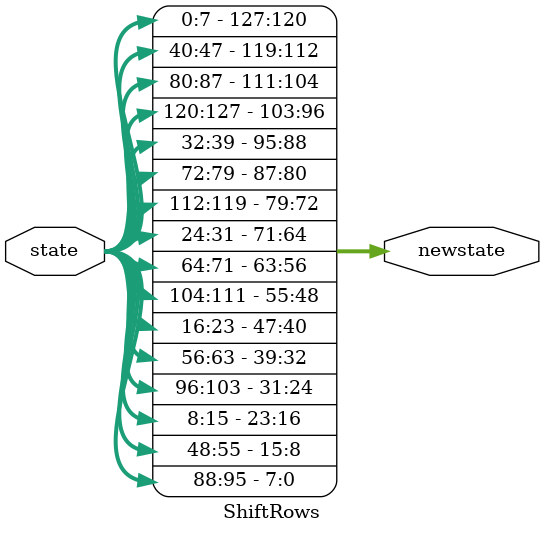
<source format=v>
module ShiftRows
(
 input  [0:127] state,
 output wire [0:127] newstate
);

assign newstate[0:7] = state [0:7];
assign newstate[32:39] = state [32:39];
assign newstate[64:71] = state [64:71];
assign newstate[96:103] = state [96:103];

assign newstate[8:15] = state [40:47];
assign newstate[40:47] = state [72:79];
assign newstate[72:79] = state [104:111];
assign newstate[104:111] = state [8:15];

assign newstate[16:23] = state [80:87];
assign newstate[48:55] = state [112:119];
assign newstate[80:87] = state [16:23];
assign newstate[112:119] = state [48:55];

assign newstate[24:31] = state [120:127];
assign newstate[56:63] = state [24:31];
assign newstate[88:95] = state [56:63];
assign newstate[120:127] = state [88:95];




endmodule 
</source>
